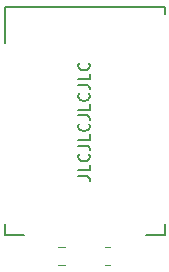
<source format=gto>
%TF.GenerationSoftware,KiCad,Pcbnew,(5.1.9)-1*%
%TF.CreationDate,2021-07-10T22:32:32+01:00*%
%TF.ProjectId,DigiMesh Dongle,44696769-4d65-4736-9820-446f6e676c65,rev?*%
%TF.SameCoordinates,Original*%
%TF.FileFunction,Legend,Top*%
%TF.FilePolarity,Positive*%
%FSLAX46Y46*%
G04 Gerber Fmt 4.6, Leading zero omitted, Abs format (unit mm)*
G04 Created by KiCad (PCBNEW (5.1.9)-1) date 2021-07-10 22:32:32*
%MOMM*%
%LPD*%
G01*
G04 APERTURE LIST*
%ADD10C,0.150000*%
%ADD11C,0.127000*%
%ADD12C,0.120000*%
%ADD13R,0.650000X1.150000*%
%ADD14R,0.320000X1.000000*%
%ADD15R,1.447800X0.838200*%
%ADD16R,0.838200X1.447800*%
G04 APERTURE END LIST*
D10*
X132202380Y-59619047D02*
X132916666Y-59619047D01*
X133059523Y-59666666D01*
X133154761Y-59761904D01*
X133202380Y-59904761D01*
X133202380Y-60000000D01*
X133202380Y-58666666D02*
X133202380Y-59142857D01*
X132202380Y-59142857D01*
X133107142Y-57761904D02*
X133154761Y-57809523D01*
X133202380Y-57952380D01*
X133202380Y-58047619D01*
X133154761Y-58190476D01*
X133059523Y-58285714D01*
X132964285Y-58333333D01*
X132773809Y-58380952D01*
X132630952Y-58380952D01*
X132440476Y-58333333D01*
X132345238Y-58285714D01*
X132250000Y-58190476D01*
X132202380Y-58047619D01*
X132202380Y-57952380D01*
X132250000Y-57809523D01*
X132297619Y-57761904D01*
X132202380Y-57047619D02*
X132916666Y-57047619D01*
X133059523Y-57095238D01*
X133154761Y-57190476D01*
X133202380Y-57333333D01*
X133202380Y-57428571D01*
X133202380Y-56095238D02*
X133202380Y-56571428D01*
X132202380Y-56571428D01*
X133107142Y-55190476D02*
X133154761Y-55238095D01*
X133202380Y-55380952D01*
X133202380Y-55476190D01*
X133154761Y-55619047D01*
X133059523Y-55714285D01*
X132964285Y-55761904D01*
X132773809Y-55809523D01*
X132630952Y-55809523D01*
X132440476Y-55761904D01*
X132345238Y-55714285D01*
X132250000Y-55619047D01*
X132202380Y-55476190D01*
X132202380Y-55380952D01*
X132250000Y-55238095D01*
X132297619Y-55190476D01*
X132202380Y-54476190D02*
X132916666Y-54476190D01*
X133059523Y-54523809D01*
X133154761Y-54619047D01*
X133202380Y-54761904D01*
X133202380Y-54857142D01*
X133202380Y-53523809D02*
X133202380Y-54000000D01*
X132202380Y-54000000D01*
X133107142Y-52619047D02*
X133154761Y-52666666D01*
X133202380Y-52809523D01*
X133202380Y-52904761D01*
X133154761Y-53047619D01*
X133059523Y-53142857D01*
X132964285Y-53190476D01*
X132773809Y-53238095D01*
X132630952Y-53238095D01*
X132440476Y-53190476D01*
X132345238Y-53142857D01*
X132250000Y-53047619D01*
X132202380Y-52904761D01*
X132202380Y-52809523D01*
X132250000Y-52666666D01*
X132297619Y-52619047D01*
X132202380Y-51904761D02*
X132916666Y-51904761D01*
X133059523Y-51952380D01*
X133154761Y-52047619D01*
X133202380Y-52190476D01*
X133202380Y-52285714D01*
X133202380Y-50952380D02*
X133202380Y-51428571D01*
X132202380Y-51428571D01*
X133107142Y-50047619D02*
X133154761Y-50095238D01*
X133202380Y-50238095D01*
X133202380Y-50333333D01*
X133154761Y-50476190D01*
X133059523Y-50571428D01*
X132964285Y-50619047D01*
X132773809Y-50666666D01*
X132630952Y-50666666D01*
X132440476Y-50619047D01*
X132345238Y-50571428D01*
X132250000Y-50476190D01*
X132202380Y-50333333D01*
X132202380Y-50238095D01*
X132250000Y-50095238D01*
X132297619Y-50047619D01*
D11*
%TO.C,U2*%
X125992999Y-48390000D02*
X125992999Y-45348000D01*
X125992999Y-45348000D02*
X139531199Y-45348000D01*
X139531199Y-45348000D02*
X139531199Y-45870000D01*
X125992999Y-63680000D02*
X125992999Y-64652000D01*
X125992999Y-64652000D02*
X127612099Y-64652000D01*
X137912099Y-64652000D02*
X139531199Y-64652000D01*
X139531199Y-64652000D02*
X139531199Y-63680000D01*
D12*
%TO.C,R6*%
X134927064Y-67135000D02*
X134472936Y-67135000D01*
X134927064Y-65665000D02*
X134472936Y-65665000D01*
%TO.C,C10*%
X130538748Y-65665000D02*
X131061252Y-65665000D01*
X130538748Y-67135000D02*
X131061252Y-67135000D01*
%TD*%
%LPC*%
D13*
%TO.C,J1*%
X136170000Y-68160000D03*
D14*
X130000000Y-69000000D03*
X130500000Y-69000000D03*
X131000000Y-69000000D03*
X131500000Y-69000000D03*
X132000000Y-69000000D03*
X132500000Y-69000000D03*
X133000000Y-69000000D03*
X133500000Y-69000000D03*
X134000000Y-69000000D03*
X134500000Y-69000000D03*
X135000000Y-69000000D03*
X135500000Y-69000000D03*
%TD*%
D15*
%TO.C,U2*%
X139315299Y-46643400D03*
X139315299Y-47908320D03*
X139315299Y-49158000D03*
X139315299Y-50407680D03*
X139315299Y-51657360D03*
X139315299Y-52907040D03*
X139315299Y-54156719D03*
X139315299Y-55406400D03*
X139315299Y-56656080D03*
X139315299Y-57905760D03*
X139315299Y-59155440D03*
X139315299Y-60405120D03*
X139315299Y-61654800D03*
X139315299Y-62904480D03*
D16*
X137143599Y-64436100D03*
X135878679Y-64436100D03*
X134628999Y-64436100D03*
X133379318Y-64436100D03*
X132129640Y-64436100D03*
X130879959Y-64436100D03*
X129630279Y-64436100D03*
X128380599Y-64436100D03*
D15*
X126208899Y-62904480D03*
X126208899Y-61654800D03*
X126208899Y-60405120D03*
X126208899Y-59155440D03*
X126208899Y-57905760D03*
X126208899Y-56656080D03*
X126208899Y-55406400D03*
X126208899Y-54156719D03*
X126208899Y-52907040D03*
X126208899Y-51657360D03*
X126208899Y-50407680D03*
X126208899Y-49158000D03*
%TD*%
%TO.C,R6*%
G36*
G01*
X136300000Y-65949999D02*
X136300000Y-66850001D01*
G75*
G02*
X136050001Y-67100000I-249999J0D01*
G01*
X135349999Y-67100000D01*
G75*
G02*
X135100000Y-66850001I0J249999D01*
G01*
X135100000Y-65949999D01*
G75*
G02*
X135349999Y-65700000I249999J0D01*
G01*
X136050001Y-65700000D01*
G75*
G02*
X136300000Y-65949999I0J-249999D01*
G01*
G37*
G36*
G01*
X134300000Y-65949999D02*
X134300000Y-66850001D01*
G75*
G02*
X134050001Y-67100000I-249999J0D01*
G01*
X133349999Y-67100000D01*
G75*
G02*
X133100000Y-66850001I0J249999D01*
G01*
X133100000Y-65949999D01*
G75*
G02*
X133349999Y-65700000I249999J0D01*
G01*
X134050001Y-65700000D01*
G75*
G02*
X134300000Y-65949999I0J-249999D01*
G01*
G37*
%TD*%
%TO.C,C10*%
G36*
G01*
X129175000Y-66875000D02*
X129175000Y-65925000D01*
G75*
G02*
X129425000Y-65675000I250000J0D01*
G01*
X130100000Y-65675000D01*
G75*
G02*
X130350000Y-65925000I0J-250000D01*
G01*
X130350000Y-66875000D01*
G75*
G02*
X130100000Y-67125000I-250000J0D01*
G01*
X129425000Y-67125000D01*
G75*
G02*
X129175000Y-66875000I0J250000D01*
G01*
G37*
G36*
G01*
X131250000Y-66875000D02*
X131250000Y-65925000D01*
G75*
G02*
X131500000Y-65675000I250000J0D01*
G01*
X132175000Y-65675000D01*
G75*
G02*
X132425000Y-65925000I0J-250000D01*
G01*
X132425000Y-66875000D01*
G75*
G02*
X132175000Y-67125000I-250000J0D01*
G01*
X131500000Y-67125000D01*
G75*
G02*
X131250000Y-66875000I0J250000D01*
G01*
G37*
%TD*%
M02*

</source>
